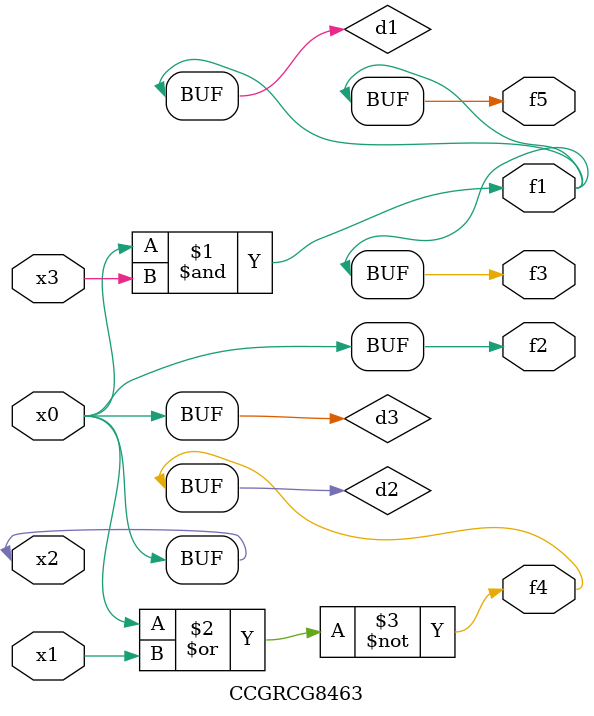
<source format=v>
module CCGRCG8463(
	input x0, x1, x2, x3,
	output f1, f2, f3, f4, f5
);

	wire d1, d2, d3;

	and (d1, x2, x3);
	nor (d2, x0, x1);
	buf (d3, x0, x2);
	assign f1 = d1;
	assign f2 = d3;
	assign f3 = d1;
	assign f4 = d2;
	assign f5 = d1;
endmodule

</source>
